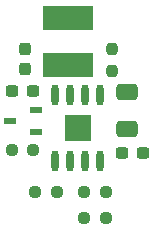
<source format=gbr>
%TF.GenerationSoftware,KiCad,Pcbnew,(6.0.6-0)*%
%TF.CreationDate,2022-09-05T22:58:31-07:00*%
%TF.ProjectId,5V converter,35562063-6f6e-4766-9572-7465722e6b69,rev?*%
%TF.SameCoordinates,Original*%
%TF.FileFunction,Paste,Top*%
%TF.FilePolarity,Positive*%
%FSLAX46Y46*%
G04 Gerber Fmt 4.6, Leading zero omitted, Abs format (unit mm)*
G04 Created by KiCad (PCBNEW (6.0.6-0)) date 2022-09-05 22:58:31*
%MOMM*%
%LPD*%
G01*
G04 APERTURE LIST*
G04 Aperture macros list*
%AMRoundRect*
0 Rectangle with rounded corners*
0 $1 Rounding radius*
0 $2 $3 $4 $5 $6 $7 $8 $9 X,Y pos of 4 corners*
0 Add a 4 corners polygon primitive as box body*
4,1,4,$2,$3,$4,$5,$6,$7,$8,$9,$2,$3,0*
0 Add four circle primitives for the rounded corners*
1,1,$1+$1,$2,$3*
1,1,$1+$1,$4,$5*
1,1,$1+$1,$6,$7*
1,1,$1+$1,$8,$9*
0 Add four rect primitives between the rounded corners*
20,1,$1+$1,$2,$3,$4,$5,0*
20,1,$1+$1,$4,$5,$6,$7,0*
20,1,$1+$1,$6,$7,$8,$9,0*
20,1,$1+$1,$8,$9,$2,$3,0*%
G04 Aperture macros list end*
%ADD10O,0.600000X1.800000*%
%ADD11R,2.289992X2.289992*%
%ADD12R,1.037490X0.532004*%
%ADD13RoundRect,0.237500X0.250000X0.237500X-0.250000X0.237500X-0.250000X-0.237500X0.250000X-0.237500X0*%
%ADD14RoundRect,0.237500X-0.250000X-0.237500X0.250000X-0.237500X0.250000X0.237500X-0.250000X0.237500X0*%
%ADD15RoundRect,0.237500X0.237500X-0.250000X0.237500X0.250000X-0.237500X0.250000X-0.237500X-0.250000X0*%
%ADD16R,4.220015X2.124003*%
%ADD17RoundRect,0.250000X-0.650000X0.412500X-0.650000X-0.412500X0.650000X-0.412500X0.650000X0.412500X0*%
%ADD18RoundRect,0.237500X-0.300000X-0.237500X0.300000X-0.237500X0.300000X0.237500X-0.300000X0.237500X0*%
%ADD19RoundRect,0.237500X0.237500X-0.300000X0.237500X0.300000X-0.237500X0.300000X-0.237500X-0.300000X0*%
G04 APERTURE END LIST*
D10*
%TO.C,U2*%
X103228798Y-57282687D03*
X101958795Y-57282687D03*
X100688793Y-57282687D03*
X99418790Y-57282687D03*
X99418790Y-62827519D03*
X100688793Y-62827519D03*
X101958795Y-62827519D03*
X103228798Y-62827519D03*
D11*
X101323794Y-60055103D03*
%TD*%
D12*
%TO.C,U1*%
X97773746Y-60405212D03*
X97773746Y-58505288D03*
X95571054Y-59455250D03*
%TD*%
D13*
%TO.C,R5*%
X101855900Y-67684850D03*
X103680900Y-67684850D03*
%TD*%
D14*
%TO.C,R4*%
X103680900Y-65500450D03*
X101855900Y-65500450D03*
%TD*%
D13*
%TO.C,R3*%
X97741100Y-65500450D03*
X99566100Y-65500450D03*
%TD*%
D15*
%TO.C,R2*%
X104241600Y-55218150D03*
X104241600Y-53393150D03*
%TD*%
D14*
%TO.C,R1*%
X95722486Y-61970853D03*
X97547486Y-61970853D03*
%TD*%
D16*
%TO.C,L1*%
X100533200Y-54749650D03*
X100533200Y-50749650D03*
%TD*%
D17*
%TO.C,C4*%
X105511600Y-57029150D03*
X105511600Y-60154150D03*
%TD*%
D18*
%TO.C,C3*%
X105106300Y-62147650D03*
X106831300Y-62147650D03*
%TD*%
%TO.C,C2*%
X95772486Y-56966050D03*
X97497486Y-56966050D03*
%TD*%
D19*
%TO.C,C1*%
X96875600Y-55117350D03*
X96875600Y-53392350D03*
%TD*%
M02*

</source>
